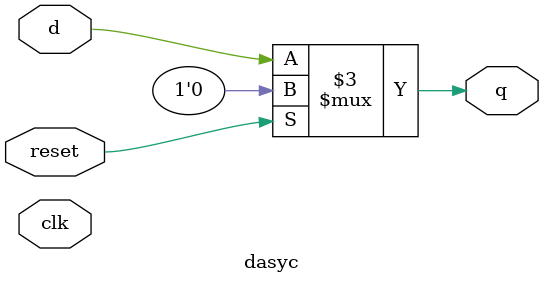
<source format=v>
module dasyc(d,clk,reset,q);
input d,clk,reset;
output q;
reg q;
always@(reset)
begin 
if(reset) q=0;
else q=d;
end 
endmodule
</source>
